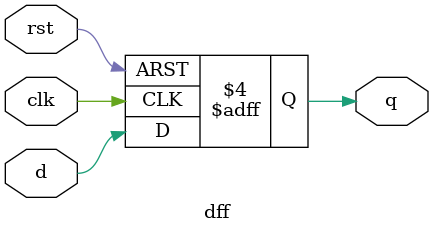
<source format=v>
`timescale 1ns / 1ps


module dff(input rst,clk,d,output reg q);
always @(posedge rst or posedge clk) begin
if(rst==1'b1)
q<=1'b0;
else if (clk==1'b1)
q<=d;
end
endmodule

</source>
